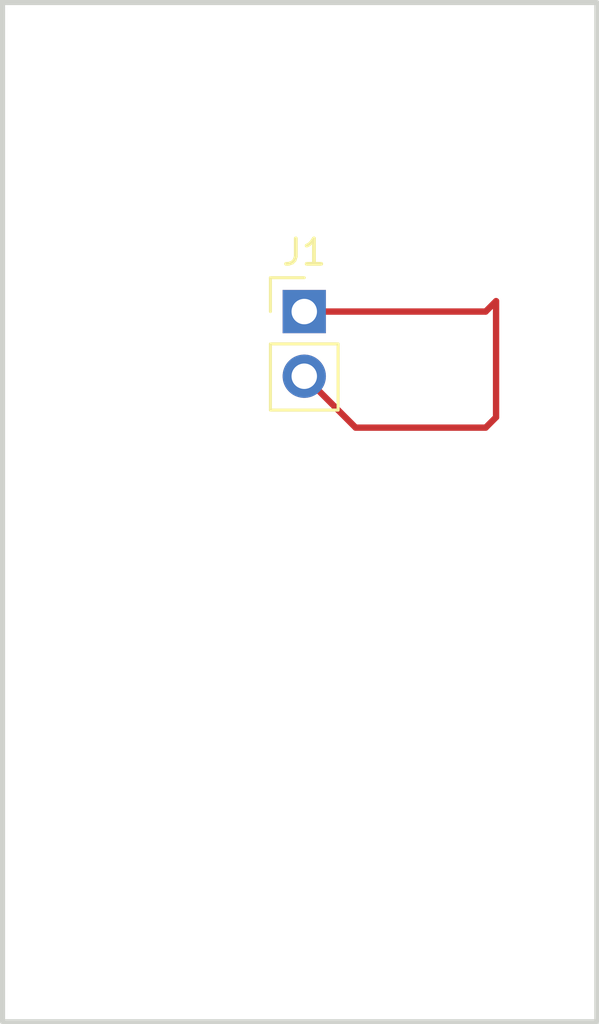
<source format=kicad_pcb>
(kicad_pcb (version 20211014) (generator pcbnew)
  (layers (0 "F.Cu" signal) (31 "B.Cu" signal) (34 "B.Paste" user) (35 "F.Paste" user) (36 "B.SilkS" user "B.Silkscreen") (37 "F.SilkS" user "F.Silkscreen") (38 "B.Mask" user) (39 "F.Mask" user) (44 "Edge.Cuts" user))
  (net 0 "")
  (net 1 "Net-(J1-Pad1)")
  (footprint "Connector_PinHeader_2.54mm:PinHeader_1x02_P2.54mm_Vertical" (layer "F.Cu") (at 145.73 68.89)
    (fp_text reference "J1" (at 0 -2.33) (layer "F.SilkS"))
    (fp_text value "Conn_01x02")
    (fp_line (start -1.33 1.27) (end 1.33 1.27) (layer "F.SilkS") (width 0.12))
    (fp_line (start -1.33 1.27) (end -1.33 3.87) (layer "F.SilkS") (width 0.12))
    (fp_line (start 1.33 1.27) (end 1.33 3.87) (layer "F.SilkS") (width 0.12))
    (fp_line (start -1.33 -1.33) (end 0 -1.33) (layer "F.SilkS") (width 0.12))
    (fp_line (start -1.33 0) (end -1.33 -1.33) (layer "F.SilkS") (width 0.12))
    (fp_line (start -1.33 3.87) (end 1.33 3.87) (layer "F.SilkS") (width 0.12))
    (pad "1" thru_hole rect (at 0 0) (size 1.7 1.7) (drill 1) (layers *.Cu *.Mask) (net 1 "Net-(J1-Pad1)"))
    (pad "2" thru_hole oval (at 0 2.54) (size 1.7 1.7) (drill 1) (layers *.Cu *.Mask) (net 1 "Net-(J1-Pad1)"))
  )
  (gr_rect (start 133.87 56.75) (end 157.23 96.79) (layer "Edge.Cuts") (width 0.2) (fill none))
  (segment (start 147.75 73.45) (end 145.73 71.43) (width 0.25) (layer "F.Cu") (net 1))
  (segment (start 152.86 73.45) (end 147.75 73.45) (width 0.25) (layer "F.Cu") (net 1))
  (segment (start 152.86 68.89) (end 153.27 68.48) (width 0.25) (layer "F.Cu") (net 1))
  (segment (start 153.27 68.48) (end 153.27 73.04) (width 0.25) (layer "F.Cu") (net 1))
  (segment (start 145.73 68.89) (end 152.86 68.89) (width 0.25) (layer "F.Cu") (net 1))
  (segment (start 153.27 73.04) (end 152.86 73.45) (width 0.25) (layer "F.Cu") (net 1))
)
</source>
